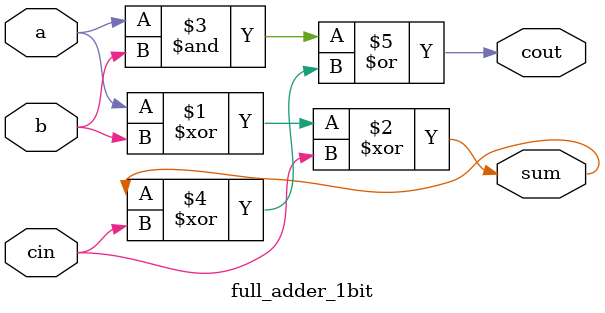
<source format=v>
module full_adder_1bit(cout, sum, a, b, cin) ;

input a, b, cin;

output sum, cout;

assign sum = a ^ b ^ cin;
assign cout = (a & b) | (sum ^ cin);

endmodule
</source>
